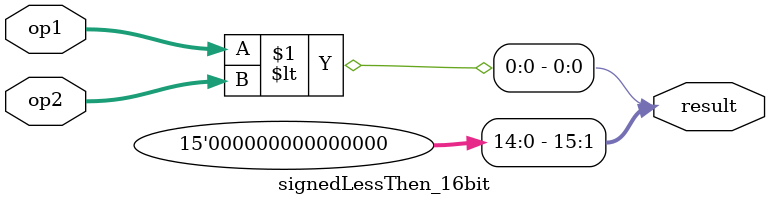
<source format=v>
module signedLessThen_16bit(
    op1,
    op2,
    result 
);

input[15:0] op1, op2;
output[15:0] result;

assign result[0] = ($signed(op1) < $signed(op2));
assign result[15:1] = {15{1'b0}};
endmodule // signedLessThen
</source>
